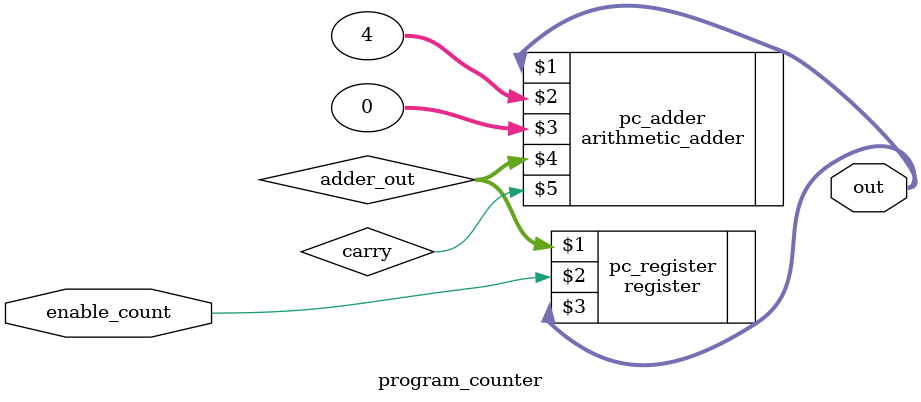
<source format=v>
module program_counter(input        enable_count,
                       output[31:0] out);

    wire[31:0] adder_out;
    wire       carry;

    arithmetic_adder#(32) pc_adder(out, 4, 0, adder_out, carry);
    register#(32)         pc_register(adder_out, enable_count, out);

endmodule

</source>
